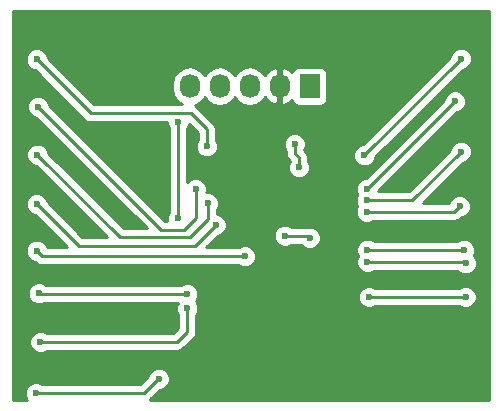
<source format=gbl>
G04 #@! TF.FileFunction,Copper,L2,Bot,Signal*
%FSLAX46Y46*%
G04 Gerber Fmt 4.6, Leading zero omitted, Abs format (unit mm)*
G04 Created by KiCad (PCBNEW 4.0.1-stable) date 2016 September 18, Sunday 15:01:05*
%MOMM*%
G01*
G04 APERTURE LIST*
%ADD10C,0.100000*%
%ADD11R,1.727200X2.032000*%
%ADD12O,1.727200X2.032000*%
%ADD13C,0.400000*%
%ADD14C,0.600000*%
%ADD15C,0.380000*%
%ADD16C,0.250000*%
%ADD17C,0.254000*%
G04 APERTURE END LIST*
D10*
D11*
X140208000Y-56832500D03*
D12*
X137668000Y-56832500D03*
X135128000Y-56832500D03*
X132588000Y-56832500D03*
X130048000Y-56832500D03*
D13*
X134937500Y-66103500D03*
X143002000Y-59690000D03*
X133667500Y-59753500D03*
D14*
X127444500Y-81597500D03*
X117030500Y-82804000D03*
X129857500Y-75628500D03*
X117411500Y-78486000D03*
X129857500Y-74422000D03*
X117284500Y-74358500D03*
X134737177Y-71226296D03*
X117094000Y-70739000D03*
X132270500Y-68580000D03*
X117094000Y-66802000D03*
X131572000Y-66738500D03*
X117157500Y-62611000D03*
X130556000Y-65532000D03*
X117221000Y-58547000D03*
X131508500Y-61912500D03*
X117094000Y-54546500D03*
X138112500Y-69469000D03*
X140208000Y-69659500D03*
X145224500Y-74676000D03*
X153416000Y-74676000D03*
X153416000Y-71818500D03*
X145097500Y-71691500D03*
X145097500Y-70675500D03*
X153289000Y-70675500D03*
X145034000Y-67437000D03*
X152908000Y-66992500D03*
X153035000Y-62357000D03*
X145034000Y-66484500D03*
X152527000Y-58102500D03*
X145034000Y-65532000D03*
X144843500Y-62674500D03*
X153035000Y-54483000D03*
X129095500Y-68008500D03*
X129095500Y-59817000D03*
X139319000Y-63690500D03*
X138938000Y-61722000D03*
D15*
X134937500Y-66103500D02*
X134937500Y-58991500D01*
X136715500Y-58991500D02*
X142303500Y-58991500D01*
X142303500Y-58991500D02*
X143002000Y-59690000D01*
X137668000Y-56832500D02*
X137668000Y-58102500D01*
X134429500Y-58991500D02*
X133667500Y-59753500D01*
X136779000Y-58991500D02*
X136715500Y-58991500D01*
X136715500Y-58991500D02*
X134937500Y-58991500D01*
X134937500Y-58991500D02*
X134429500Y-58991500D01*
X137668000Y-58102500D02*
X136779000Y-58991500D01*
D16*
X127381000Y-81597500D02*
X127444500Y-81597500D01*
X126174500Y-82804000D02*
X127381000Y-81597500D01*
X117030500Y-82804000D02*
X126174500Y-82804000D01*
X129857500Y-77597000D02*
X129857500Y-75628500D01*
X128968500Y-78486000D02*
X129857500Y-77597000D01*
X117411500Y-78486000D02*
X128968500Y-78486000D01*
X117348000Y-74422000D02*
X129857500Y-74422000D01*
X117284500Y-74358500D02*
X117348000Y-74422000D01*
X134312913Y-71226296D02*
X134737177Y-71226296D01*
X117581296Y-71226296D02*
X134312913Y-71226296D01*
X117094000Y-70739000D02*
X117581296Y-71226296D01*
X130492500Y-70358000D02*
X132270500Y-68580000D01*
X120650000Y-70358000D02*
X130492500Y-70358000D01*
X117094000Y-66802000D02*
X120650000Y-70358000D01*
X131572000Y-68072000D02*
X131572000Y-66738500D01*
X130048000Y-69596000D02*
X131572000Y-68072000D01*
X124142500Y-69596000D02*
X130048000Y-69596000D01*
X117157500Y-62611000D02*
X124142500Y-69596000D01*
X130556000Y-68008500D02*
X130556000Y-65532000D01*
X129603500Y-68961000D02*
X130556000Y-68008500D01*
X127635000Y-68961000D02*
X129603500Y-68961000D01*
X117221000Y-58547000D02*
X127635000Y-68961000D01*
X131508500Y-60452000D02*
X131508500Y-61912500D01*
X130175000Y-59118500D02*
X131508500Y-60452000D01*
X121666000Y-59118500D02*
X130175000Y-59118500D01*
X117094000Y-54546500D02*
X121666000Y-59118500D01*
X140017500Y-69469000D02*
X138112500Y-69469000D01*
X140208000Y-69659500D02*
X140017500Y-69469000D01*
X153416000Y-74676000D02*
X145224500Y-74676000D01*
X153416000Y-71818500D02*
X153289000Y-71691500D01*
X153289000Y-71691500D02*
X145097500Y-71691500D01*
X153289000Y-70675500D02*
X145097500Y-70675500D01*
X152463500Y-67437000D02*
X145034000Y-67437000D01*
X152908000Y-66992500D02*
X152463500Y-67437000D01*
X153035000Y-62357000D02*
X148907500Y-66484500D01*
X148907500Y-66484500D02*
X145034000Y-66484500D01*
X152527000Y-58102500D02*
X145097500Y-65532000D01*
X145097500Y-65532000D02*
X145034000Y-65532000D01*
X153035000Y-54483000D02*
X144843500Y-62674500D01*
X129095500Y-59817000D02*
X129095500Y-68008500D01*
X138938000Y-62484000D02*
X139319000Y-62865000D01*
X139319000Y-62865000D02*
X139319000Y-63690500D01*
X138938000Y-61722000D02*
X138938000Y-62484000D01*
D17*
G36*
X155373000Y-83364000D02*
X126678079Y-83364000D01*
X126711901Y-83341401D01*
X127520735Y-82532567D01*
X127629667Y-82532662D01*
X127973443Y-82390617D01*
X128236692Y-82127827D01*
X128379338Y-81784299D01*
X128379662Y-81412333D01*
X128237617Y-81068557D01*
X127974827Y-80805308D01*
X127631299Y-80662662D01*
X127259333Y-80662338D01*
X126915557Y-80804383D01*
X126652308Y-81067173D01*
X126521496Y-81382202D01*
X125859698Y-82044000D01*
X117592963Y-82044000D01*
X117560827Y-82011808D01*
X117217299Y-81869162D01*
X116845333Y-81868838D01*
X116501557Y-82010883D01*
X116238308Y-82273673D01*
X116095662Y-82617201D01*
X116095338Y-82989167D01*
X116237383Y-83332943D01*
X116268386Y-83364000D01*
X115137000Y-83364000D01*
X115137000Y-74543667D01*
X116349338Y-74543667D01*
X116491383Y-74887443D01*
X116754173Y-75150692D01*
X117097701Y-75293338D01*
X117469667Y-75293662D01*
X117739910Y-75182000D01*
X129030500Y-75182000D01*
X128922662Y-75441701D01*
X128922338Y-75813667D01*
X129064383Y-76157443D01*
X129097500Y-76190618D01*
X129097500Y-77282198D01*
X128653698Y-77726000D01*
X117973963Y-77726000D01*
X117941827Y-77693808D01*
X117598299Y-77551162D01*
X117226333Y-77550838D01*
X116882557Y-77692883D01*
X116619308Y-77955673D01*
X116476662Y-78299201D01*
X116476338Y-78671167D01*
X116618383Y-79014943D01*
X116881173Y-79278192D01*
X117224701Y-79420838D01*
X117596667Y-79421162D01*
X117940443Y-79279117D01*
X117973618Y-79246000D01*
X128968500Y-79246000D01*
X129259339Y-79188148D01*
X129505901Y-79023401D01*
X130394901Y-78134401D01*
X130559648Y-77887839D01*
X130617500Y-77597000D01*
X130617500Y-76190963D01*
X130649692Y-76158827D01*
X130792338Y-75815299D01*
X130792662Y-75443333D01*
X130650617Y-75099557D01*
X130576540Y-75025351D01*
X130649692Y-74952327D01*
X130687545Y-74861167D01*
X144289338Y-74861167D01*
X144431383Y-75204943D01*
X144694173Y-75468192D01*
X145037701Y-75610838D01*
X145409667Y-75611162D01*
X145753443Y-75469117D01*
X145786618Y-75436000D01*
X152853537Y-75436000D01*
X152885673Y-75468192D01*
X153229201Y-75610838D01*
X153601167Y-75611162D01*
X153944943Y-75469117D01*
X154208192Y-75206327D01*
X154350838Y-74862799D01*
X154351162Y-74490833D01*
X154209117Y-74147057D01*
X153946327Y-73883808D01*
X153602799Y-73741162D01*
X153230833Y-73740838D01*
X152887057Y-73882883D01*
X152853882Y-73916000D01*
X145786963Y-73916000D01*
X145754827Y-73883808D01*
X145411299Y-73741162D01*
X145039333Y-73740838D01*
X144695557Y-73882883D01*
X144432308Y-74145673D01*
X144289662Y-74489201D01*
X144289338Y-74861167D01*
X130687545Y-74861167D01*
X130792338Y-74608799D01*
X130792662Y-74236833D01*
X130650617Y-73893057D01*
X130387827Y-73629808D01*
X130044299Y-73487162D01*
X129672333Y-73486838D01*
X129328557Y-73628883D01*
X129295382Y-73662000D01*
X117910352Y-73662000D01*
X117814827Y-73566308D01*
X117471299Y-73423662D01*
X117099333Y-73423338D01*
X116755557Y-73565383D01*
X116492308Y-73828173D01*
X116349662Y-74171701D01*
X116349338Y-74543667D01*
X115137000Y-74543667D01*
X115137000Y-54731667D01*
X116158838Y-54731667D01*
X116300883Y-55075443D01*
X116563673Y-55338692D01*
X116907201Y-55481338D01*
X116954077Y-55481379D01*
X121128599Y-59655901D01*
X121375160Y-59820648D01*
X121423414Y-59830246D01*
X121666000Y-59878500D01*
X128160446Y-59878500D01*
X128160338Y-60002167D01*
X128302383Y-60345943D01*
X128335500Y-60379118D01*
X128335500Y-67446037D01*
X128303308Y-67478173D01*
X128160662Y-67821701D01*
X128160338Y-68193667D01*
X128163368Y-68201000D01*
X127949802Y-68201000D01*
X118156122Y-58407320D01*
X118156162Y-58361833D01*
X118014117Y-58018057D01*
X117751327Y-57754808D01*
X117407799Y-57612162D01*
X117035833Y-57611838D01*
X116692057Y-57753883D01*
X116428808Y-58016673D01*
X116286162Y-58360201D01*
X116285838Y-58732167D01*
X116427883Y-59075943D01*
X116690673Y-59339192D01*
X117034201Y-59481838D01*
X117081077Y-59481879D01*
X126435198Y-68836000D01*
X124457302Y-68836000D01*
X118092622Y-62471320D01*
X118092662Y-62425833D01*
X117950617Y-62082057D01*
X117687827Y-61818808D01*
X117344299Y-61676162D01*
X116972333Y-61675838D01*
X116628557Y-61817883D01*
X116365308Y-62080673D01*
X116222662Y-62424201D01*
X116222338Y-62796167D01*
X116364383Y-63139943D01*
X116627173Y-63403192D01*
X116970701Y-63545838D01*
X117017577Y-63545879D01*
X123069698Y-69598000D01*
X120964802Y-69598000D01*
X118029122Y-66662320D01*
X118029162Y-66616833D01*
X117887117Y-66273057D01*
X117624327Y-66009808D01*
X117280799Y-65867162D01*
X116908833Y-65866838D01*
X116565057Y-66008883D01*
X116301808Y-66271673D01*
X116159162Y-66615201D01*
X116158838Y-66987167D01*
X116300883Y-67330943D01*
X116563673Y-67594192D01*
X116907201Y-67736838D01*
X116954077Y-67736879D01*
X119683494Y-70466296D01*
X117992993Y-70466296D01*
X117887117Y-70210057D01*
X117624327Y-69946808D01*
X117280799Y-69804162D01*
X116908833Y-69803838D01*
X116565057Y-69945883D01*
X116301808Y-70208673D01*
X116159162Y-70552201D01*
X116158838Y-70924167D01*
X116300883Y-71267943D01*
X116563673Y-71531192D01*
X116907201Y-71673838D01*
X116954077Y-71673879D01*
X117043895Y-71763697D01*
X117290457Y-71928444D01*
X117581296Y-71986296D01*
X134174714Y-71986296D01*
X134206850Y-72018488D01*
X134550378Y-72161134D01*
X134922344Y-72161458D01*
X135266120Y-72019413D01*
X135529369Y-71756623D01*
X135672015Y-71413095D01*
X135672339Y-71041129D01*
X135597774Y-70860667D01*
X144162338Y-70860667D01*
X144295883Y-71183871D01*
X144162662Y-71504701D01*
X144162338Y-71876667D01*
X144304383Y-72220443D01*
X144567173Y-72483692D01*
X144910701Y-72626338D01*
X145282667Y-72626662D01*
X145626443Y-72484617D01*
X145659618Y-72451500D01*
X152726759Y-72451500D01*
X152885673Y-72610692D01*
X153229201Y-72753338D01*
X153601167Y-72753662D01*
X153944943Y-72611617D01*
X154208192Y-72348827D01*
X154350838Y-72005299D01*
X154351162Y-71633333D01*
X154209117Y-71289557D01*
X154094218Y-71174457D01*
X154223838Y-70862299D01*
X154224162Y-70490333D01*
X154082117Y-70146557D01*
X153819327Y-69883308D01*
X153475799Y-69740662D01*
X153103833Y-69740338D01*
X152760057Y-69882383D01*
X152726882Y-69915500D01*
X145659963Y-69915500D01*
X145627827Y-69883308D01*
X145284299Y-69740662D01*
X144912333Y-69740338D01*
X144568557Y-69882383D01*
X144305308Y-70145173D01*
X144162662Y-70488701D01*
X144162338Y-70860667D01*
X135597774Y-70860667D01*
X135530294Y-70697353D01*
X135267504Y-70434104D01*
X134923976Y-70291458D01*
X134552010Y-70291134D01*
X134208234Y-70433179D01*
X134175059Y-70466296D01*
X131459006Y-70466296D01*
X132271135Y-69654167D01*
X137177338Y-69654167D01*
X137319383Y-69997943D01*
X137582173Y-70261192D01*
X137925701Y-70403838D01*
X138297667Y-70404162D01*
X138641443Y-70262117D01*
X138674618Y-70229000D01*
X139455369Y-70229000D01*
X139677673Y-70451692D01*
X140021201Y-70594338D01*
X140393167Y-70594662D01*
X140736943Y-70452617D01*
X141000192Y-70189827D01*
X141142838Y-69846299D01*
X141143162Y-69474333D01*
X141001117Y-69130557D01*
X140738327Y-68867308D01*
X140394799Y-68724662D01*
X140094924Y-68724401D01*
X140017500Y-68709000D01*
X138674963Y-68709000D01*
X138642827Y-68676808D01*
X138299299Y-68534162D01*
X137927333Y-68533838D01*
X137583557Y-68675883D01*
X137320308Y-68938673D01*
X137177662Y-69282201D01*
X137177338Y-69654167D01*
X132271135Y-69654167D01*
X132410180Y-69515122D01*
X132455667Y-69515162D01*
X132799443Y-69373117D01*
X133062692Y-69110327D01*
X133205338Y-68766799D01*
X133205662Y-68394833D01*
X133063617Y-68051057D01*
X132800827Y-67787808D01*
X132457299Y-67645162D01*
X132332000Y-67645053D01*
X132332000Y-67300963D01*
X132364192Y-67268827D01*
X132506838Y-66925299D01*
X132507162Y-66553333D01*
X132365117Y-66209557D01*
X132102327Y-65946308D01*
X131758799Y-65803662D01*
X131455709Y-65803398D01*
X131490838Y-65718799D01*
X131490839Y-65717167D01*
X144098838Y-65717167D01*
X144219232Y-66008543D01*
X144099162Y-66297701D01*
X144098838Y-66669667D01*
X144219232Y-66961043D01*
X144099162Y-67250201D01*
X144098838Y-67622167D01*
X144240883Y-67965943D01*
X144503673Y-68229192D01*
X144847201Y-68371838D01*
X145219167Y-68372162D01*
X145562943Y-68230117D01*
X145596118Y-68197000D01*
X152463500Y-68197000D01*
X152754339Y-68139148D01*
X153000901Y-67974401D01*
X153047680Y-67927622D01*
X153093167Y-67927662D01*
X153436943Y-67785617D01*
X153700192Y-67522827D01*
X153842838Y-67179299D01*
X153843162Y-66807333D01*
X153701117Y-66463557D01*
X153438327Y-66200308D01*
X153094799Y-66057662D01*
X152722833Y-66057338D01*
X152379057Y-66199383D01*
X152115808Y-66462173D01*
X152026604Y-66677000D01*
X149789802Y-66677000D01*
X153174680Y-63292122D01*
X153220167Y-63292162D01*
X153563943Y-63150117D01*
X153827192Y-62887327D01*
X153969838Y-62543799D01*
X153970162Y-62171833D01*
X153828117Y-61828057D01*
X153565327Y-61564808D01*
X153221799Y-61422162D01*
X152849833Y-61421838D01*
X152506057Y-61563883D01*
X152242808Y-61826673D01*
X152100162Y-62170201D01*
X152100121Y-62217077D01*
X148592698Y-65724500D01*
X145979802Y-65724500D01*
X152666680Y-59037622D01*
X152712167Y-59037662D01*
X153055943Y-58895617D01*
X153319192Y-58632827D01*
X153461838Y-58289299D01*
X153462162Y-57917333D01*
X153320117Y-57573557D01*
X153057327Y-57310308D01*
X152713799Y-57167662D01*
X152341833Y-57167338D01*
X151998057Y-57309383D01*
X151734808Y-57572173D01*
X151592162Y-57915701D01*
X151592121Y-57962577D01*
X144957765Y-64596933D01*
X144848833Y-64596838D01*
X144505057Y-64738883D01*
X144241808Y-65001673D01*
X144099162Y-65345201D01*
X144098838Y-65717167D01*
X131490839Y-65717167D01*
X131491162Y-65346833D01*
X131349117Y-65003057D01*
X131086327Y-64739808D01*
X130742799Y-64597162D01*
X130370833Y-64596838D01*
X130027057Y-64738883D01*
X129855500Y-64910141D01*
X129855500Y-60379463D01*
X129887692Y-60347327D01*
X130017181Y-60035483D01*
X130748500Y-60766802D01*
X130748500Y-61350037D01*
X130716308Y-61382173D01*
X130573662Y-61725701D01*
X130573338Y-62097667D01*
X130715383Y-62441443D01*
X130978173Y-62704692D01*
X131321701Y-62847338D01*
X131693667Y-62847662D01*
X132037443Y-62705617D01*
X132300692Y-62442827D01*
X132443338Y-62099299D01*
X132443505Y-61907167D01*
X138002838Y-61907167D01*
X138144883Y-62250943D01*
X138178000Y-62284118D01*
X138178000Y-62484000D01*
X138235852Y-62774839D01*
X138400599Y-63021401D01*
X138533095Y-63153897D01*
X138526808Y-63160173D01*
X138384162Y-63503701D01*
X138383838Y-63875667D01*
X138525883Y-64219443D01*
X138788673Y-64482692D01*
X139132201Y-64625338D01*
X139504167Y-64625662D01*
X139847943Y-64483617D01*
X140111192Y-64220827D01*
X140253838Y-63877299D01*
X140254162Y-63505333D01*
X140112117Y-63161557D01*
X140079000Y-63128382D01*
X140079000Y-62865000D01*
X140077940Y-62859667D01*
X143908338Y-62859667D01*
X144050383Y-63203443D01*
X144313173Y-63466692D01*
X144656701Y-63609338D01*
X145028667Y-63609662D01*
X145372443Y-63467617D01*
X145635692Y-63204827D01*
X145778338Y-62861299D01*
X145778379Y-62814423D01*
X153174680Y-55418122D01*
X153220167Y-55418162D01*
X153563943Y-55276117D01*
X153827192Y-55013327D01*
X153969838Y-54669799D01*
X153970162Y-54297833D01*
X153828117Y-53954057D01*
X153565327Y-53690808D01*
X153221799Y-53548162D01*
X152849833Y-53547838D01*
X152506057Y-53689883D01*
X152242808Y-53952673D01*
X152100162Y-54296201D01*
X152100121Y-54343077D01*
X144703820Y-61739378D01*
X144658333Y-61739338D01*
X144314557Y-61881383D01*
X144051308Y-62144173D01*
X143908662Y-62487701D01*
X143908338Y-62859667D01*
X140077940Y-62859667D01*
X140057187Y-62755338D01*
X140021148Y-62574160D01*
X139856401Y-62327599D01*
X139745137Y-62216335D01*
X139872838Y-61908799D01*
X139873162Y-61536833D01*
X139731117Y-61193057D01*
X139468327Y-60929808D01*
X139124799Y-60787162D01*
X138752833Y-60786838D01*
X138409057Y-60928883D01*
X138145808Y-61191673D01*
X138003162Y-61535201D01*
X138002838Y-61907167D01*
X132443505Y-61907167D01*
X132443662Y-61727333D01*
X132301617Y-61383557D01*
X132268500Y-61350382D01*
X132268500Y-60452000D01*
X132210648Y-60161161D01*
X132045901Y-59914599D01*
X130712401Y-58581099D01*
X130484729Y-58428974D01*
X130621489Y-58401771D01*
X131107670Y-58076915D01*
X131318000Y-57762134D01*
X131528330Y-58076915D01*
X132014511Y-58401771D01*
X132588000Y-58515845D01*
X133161489Y-58401771D01*
X133647670Y-58076915D01*
X133858000Y-57762134D01*
X134068330Y-58076915D01*
X134554511Y-58401771D01*
X135128000Y-58515845D01*
X135701489Y-58401771D01*
X136187670Y-58076915D01*
X136394461Y-57767431D01*
X136765964Y-58183232D01*
X137293209Y-58437209D01*
X137308974Y-58439858D01*
X137541000Y-58318717D01*
X137541000Y-56959500D01*
X137521000Y-56959500D01*
X137521000Y-56705500D01*
X137541000Y-56705500D01*
X137541000Y-55346283D01*
X137795000Y-55346283D01*
X137795000Y-56705500D01*
X137815000Y-56705500D01*
X137815000Y-56959500D01*
X137795000Y-56959500D01*
X137795000Y-58318717D01*
X138027026Y-58439858D01*
X138042791Y-58437209D01*
X138570036Y-58183232D01*
X138726907Y-58007655D01*
X138741238Y-58083817D01*
X138880310Y-58299941D01*
X139092510Y-58444931D01*
X139344400Y-58495940D01*
X141071600Y-58495940D01*
X141306917Y-58451662D01*
X141523041Y-58312590D01*
X141668031Y-58100390D01*
X141719040Y-57848500D01*
X141719040Y-55816500D01*
X141674762Y-55581183D01*
X141535690Y-55365059D01*
X141323490Y-55220069D01*
X141071600Y-55169060D01*
X139344400Y-55169060D01*
X139109083Y-55213338D01*
X138892959Y-55352410D01*
X138747969Y-55564610D01*
X138728768Y-55659427D01*
X138570036Y-55481768D01*
X138042791Y-55227791D01*
X138027026Y-55225142D01*
X137795000Y-55346283D01*
X137541000Y-55346283D01*
X137308974Y-55225142D01*
X137293209Y-55227791D01*
X136765964Y-55481768D01*
X136394461Y-55897569D01*
X136187670Y-55588085D01*
X135701489Y-55263229D01*
X135128000Y-55149155D01*
X134554511Y-55263229D01*
X134068330Y-55588085D01*
X133858000Y-55902866D01*
X133647670Y-55588085D01*
X133161489Y-55263229D01*
X132588000Y-55149155D01*
X132014511Y-55263229D01*
X131528330Y-55588085D01*
X131318000Y-55902866D01*
X131107670Y-55588085D01*
X130621489Y-55263229D01*
X130048000Y-55149155D01*
X129474511Y-55263229D01*
X128988330Y-55588085D01*
X128663474Y-56074266D01*
X128549400Y-56647755D01*
X128549400Y-57017245D01*
X128663474Y-57590734D01*
X128988330Y-58076915D01*
X129409751Y-58358500D01*
X121980802Y-58358500D01*
X118029122Y-54406820D01*
X118029162Y-54361333D01*
X117887117Y-54017557D01*
X117624327Y-53754308D01*
X117280799Y-53611662D01*
X116908833Y-53611338D01*
X116565057Y-53753383D01*
X116301808Y-54016173D01*
X116159162Y-54359701D01*
X116158838Y-54731667D01*
X115137000Y-54731667D01*
X115137000Y-50494000D01*
X155373000Y-50494000D01*
X155373000Y-83364000D01*
X155373000Y-83364000D01*
G37*
X155373000Y-83364000D02*
X126678079Y-83364000D01*
X126711901Y-83341401D01*
X127520735Y-82532567D01*
X127629667Y-82532662D01*
X127973443Y-82390617D01*
X128236692Y-82127827D01*
X128379338Y-81784299D01*
X128379662Y-81412333D01*
X128237617Y-81068557D01*
X127974827Y-80805308D01*
X127631299Y-80662662D01*
X127259333Y-80662338D01*
X126915557Y-80804383D01*
X126652308Y-81067173D01*
X126521496Y-81382202D01*
X125859698Y-82044000D01*
X117592963Y-82044000D01*
X117560827Y-82011808D01*
X117217299Y-81869162D01*
X116845333Y-81868838D01*
X116501557Y-82010883D01*
X116238308Y-82273673D01*
X116095662Y-82617201D01*
X116095338Y-82989167D01*
X116237383Y-83332943D01*
X116268386Y-83364000D01*
X115137000Y-83364000D01*
X115137000Y-74543667D01*
X116349338Y-74543667D01*
X116491383Y-74887443D01*
X116754173Y-75150692D01*
X117097701Y-75293338D01*
X117469667Y-75293662D01*
X117739910Y-75182000D01*
X129030500Y-75182000D01*
X128922662Y-75441701D01*
X128922338Y-75813667D01*
X129064383Y-76157443D01*
X129097500Y-76190618D01*
X129097500Y-77282198D01*
X128653698Y-77726000D01*
X117973963Y-77726000D01*
X117941827Y-77693808D01*
X117598299Y-77551162D01*
X117226333Y-77550838D01*
X116882557Y-77692883D01*
X116619308Y-77955673D01*
X116476662Y-78299201D01*
X116476338Y-78671167D01*
X116618383Y-79014943D01*
X116881173Y-79278192D01*
X117224701Y-79420838D01*
X117596667Y-79421162D01*
X117940443Y-79279117D01*
X117973618Y-79246000D01*
X128968500Y-79246000D01*
X129259339Y-79188148D01*
X129505901Y-79023401D01*
X130394901Y-78134401D01*
X130559648Y-77887839D01*
X130617500Y-77597000D01*
X130617500Y-76190963D01*
X130649692Y-76158827D01*
X130792338Y-75815299D01*
X130792662Y-75443333D01*
X130650617Y-75099557D01*
X130576540Y-75025351D01*
X130649692Y-74952327D01*
X130687545Y-74861167D01*
X144289338Y-74861167D01*
X144431383Y-75204943D01*
X144694173Y-75468192D01*
X145037701Y-75610838D01*
X145409667Y-75611162D01*
X145753443Y-75469117D01*
X145786618Y-75436000D01*
X152853537Y-75436000D01*
X152885673Y-75468192D01*
X153229201Y-75610838D01*
X153601167Y-75611162D01*
X153944943Y-75469117D01*
X154208192Y-75206327D01*
X154350838Y-74862799D01*
X154351162Y-74490833D01*
X154209117Y-74147057D01*
X153946327Y-73883808D01*
X153602799Y-73741162D01*
X153230833Y-73740838D01*
X152887057Y-73882883D01*
X152853882Y-73916000D01*
X145786963Y-73916000D01*
X145754827Y-73883808D01*
X145411299Y-73741162D01*
X145039333Y-73740838D01*
X144695557Y-73882883D01*
X144432308Y-74145673D01*
X144289662Y-74489201D01*
X144289338Y-74861167D01*
X130687545Y-74861167D01*
X130792338Y-74608799D01*
X130792662Y-74236833D01*
X130650617Y-73893057D01*
X130387827Y-73629808D01*
X130044299Y-73487162D01*
X129672333Y-73486838D01*
X129328557Y-73628883D01*
X129295382Y-73662000D01*
X117910352Y-73662000D01*
X117814827Y-73566308D01*
X117471299Y-73423662D01*
X117099333Y-73423338D01*
X116755557Y-73565383D01*
X116492308Y-73828173D01*
X116349662Y-74171701D01*
X116349338Y-74543667D01*
X115137000Y-74543667D01*
X115137000Y-54731667D01*
X116158838Y-54731667D01*
X116300883Y-55075443D01*
X116563673Y-55338692D01*
X116907201Y-55481338D01*
X116954077Y-55481379D01*
X121128599Y-59655901D01*
X121375160Y-59820648D01*
X121423414Y-59830246D01*
X121666000Y-59878500D01*
X128160446Y-59878500D01*
X128160338Y-60002167D01*
X128302383Y-60345943D01*
X128335500Y-60379118D01*
X128335500Y-67446037D01*
X128303308Y-67478173D01*
X128160662Y-67821701D01*
X128160338Y-68193667D01*
X128163368Y-68201000D01*
X127949802Y-68201000D01*
X118156122Y-58407320D01*
X118156162Y-58361833D01*
X118014117Y-58018057D01*
X117751327Y-57754808D01*
X117407799Y-57612162D01*
X117035833Y-57611838D01*
X116692057Y-57753883D01*
X116428808Y-58016673D01*
X116286162Y-58360201D01*
X116285838Y-58732167D01*
X116427883Y-59075943D01*
X116690673Y-59339192D01*
X117034201Y-59481838D01*
X117081077Y-59481879D01*
X126435198Y-68836000D01*
X124457302Y-68836000D01*
X118092622Y-62471320D01*
X118092662Y-62425833D01*
X117950617Y-62082057D01*
X117687827Y-61818808D01*
X117344299Y-61676162D01*
X116972333Y-61675838D01*
X116628557Y-61817883D01*
X116365308Y-62080673D01*
X116222662Y-62424201D01*
X116222338Y-62796167D01*
X116364383Y-63139943D01*
X116627173Y-63403192D01*
X116970701Y-63545838D01*
X117017577Y-63545879D01*
X123069698Y-69598000D01*
X120964802Y-69598000D01*
X118029122Y-66662320D01*
X118029162Y-66616833D01*
X117887117Y-66273057D01*
X117624327Y-66009808D01*
X117280799Y-65867162D01*
X116908833Y-65866838D01*
X116565057Y-66008883D01*
X116301808Y-66271673D01*
X116159162Y-66615201D01*
X116158838Y-66987167D01*
X116300883Y-67330943D01*
X116563673Y-67594192D01*
X116907201Y-67736838D01*
X116954077Y-67736879D01*
X119683494Y-70466296D01*
X117992993Y-70466296D01*
X117887117Y-70210057D01*
X117624327Y-69946808D01*
X117280799Y-69804162D01*
X116908833Y-69803838D01*
X116565057Y-69945883D01*
X116301808Y-70208673D01*
X116159162Y-70552201D01*
X116158838Y-70924167D01*
X116300883Y-71267943D01*
X116563673Y-71531192D01*
X116907201Y-71673838D01*
X116954077Y-71673879D01*
X117043895Y-71763697D01*
X117290457Y-71928444D01*
X117581296Y-71986296D01*
X134174714Y-71986296D01*
X134206850Y-72018488D01*
X134550378Y-72161134D01*
X134922344Y-72161458D01*
X135266120Y-72019413D01*
X135529369Y-71756623D01*
X135672015Y-71413095D01*
X135672339Y-71041129D01*
X135597774Y-70860667D01*
X144162338Y-70860667D01*
X144295883Y-71183871D01*
X144162662Y-71504701D01*
X144162338Y-71876667D01*
X144304383Y-72220443D01*
X144567173Y-72483692D01*
X144910701Y-72626338D01*
X145282667Y-72626662D01*
X145626443Y-72484617D01*
X145659618Y-72451500D01*
X152726759Y-72451500D01*
X152885673Y-72610692D01*
X153229201Y-72753338D01*
X153601167Y-72753662D01*
X153944943Y-72611617D01*
X154208192Y-72348827D01*
X154350838Y-72005299D01*
X154351162Y-71633333D01*
X154209117Y-71289557D01*
X154094218Y-71174457D01*
X154223838Y-70862299D01*
X154224162Y-70490333D01*
X154082117Y-70146557D01*
X153819327Y-69883308D01*
X153475799Y-69740662D01*
X153103833Y-69740338D01*
X152760057Y-69882383D01*
X152726882Y-69915500D01*
X145659963Y-69915500D01*
X145627827Y-69883308D01*
X145284299Y-69740662D01*
X144912333Y-69740338D01*
X144568557Y-69882383D01*
X144305308Y-70145173D01*
X144162662Y-70488701D01*
X144162338Y-70860667D01*
X135597774Y-70860667D01*
X135530294Y-70697353D01*
X135267504Y-70434104D01*
X134923976Y-70291458D01*
X134552010Y-70291134D01*
X134208234Y-70433179D01*
X134175059Y-70466296D01*
X131459006Y-70466296D01*
X132271135Y-69654167D01*
X137177338Y-69654167D01*
X137319383Y-69997943D01*
X137582173Y-70261192D01*
X137925701Y-70403838D01*
X138297667Y-70404162D01*
X138641443Y-70262117D01*
X138674618Y-70229000D01*
X139455369Y-70229000D01*
X139677673Y-70451692D01*
X140021201Y-70594338D01*
X140393167Y-70594662D01*
X140736943Y-70452617D01*
X141000192Y-70189827D01*
X141142838Y-69846299D01*
X141143162Y-69474333D01*
X141001117Y-69130557D01*
X140738327Y-68867308D01*
X140394799Y-68724662D01*
X140094924Y-68724401D01*
X140017500Y-68709000D01*
X138674963Y-68709000D01*
X138642827Y-68676808D01*
X138299299Y-68534162D01*
X137927333Y-68533838D01*
X137583557Y-68675883D01*
X137320308Y-68938673D01*
X137177662Y-69282201D01*
X137177338Y-69654167D01*
X132271135Y-69654167D01*
X132410180Y-69515122D01*
X132455667Y-69515162D01*
X132799443Y-69373117D01*
X133062692Y-69110327D01*
X133205338Y-68766799D01*
X133205662Y-68394833D01*
X133063617Y-68051057D01*
X132800827Y-67787808D01*
X132457299Y-67645162D01*
X132332000Y-67645053D01*
X132332000Y-67300963D01*
X132364192Y-67268827D01*
X132506838Y-66925299D01*
X132507162Y-66553333D01*
X132365117Y-66209557D01*
X132102327Y-65946308D01*
X131758799Y-65803662D01*
X131455709Y-65803398D01*
X131490838Y-65718799D01*
X131490839Y-65717167D01*
X144098838Y-65717167D01*
X144219232Y-66008543D01*
X144099162Y-66297701D01*
X144098838Y-66669667D01*
X144219232Y-66961043D01*
X144099162Y-67250201D01*
X144098838Y-67622167D01*
X144240883Y-67965943D01*
X144503673Y-68229192D01*
X144847201Y-68371838D01*
X145219167Y-68372162D01*
X145562943Y-68230117D01*
X145596118Y-68197000D01*
X152463500Y-68197000D01*
X152754339Y-68139148D01*
X153000901Y-67974401D01*
X153047680Y-67927622D01*
X153093167Y-67927662D01*
X153436943Y-67785617D01*
X153700192Y-67522827D01*
X153842838Y-67179299D01*
X153843162Y-66807333D01*
X153701117Y-66463557D01*
X153438327Y-66200308D01*
X153094799Y-66057662D01*
X152722833Y-66057338D01*
X152379057Y-66199383D01*
X152115808Y-66462173D01*
X152026604Y-66677000D01*
X149789802Y-66677000D01*
X153174680Y-63292122D01*
X153220167Y-63292162D01*
X153563943Y-63150117D01*
X153827192Y-62887327D01*
X153969838Y-62543799D01*
X153970162Y-62171833D01*
X153828117Y-61828057D01*
X153565327Y-61564808D01*
X153221799Y-61422162D01*
X152849833Y-61421838D01*
X152506057Y-61563883D01*
X152242808Y-61826673D01*
X152100162Y-62170201D01*
X152100121Y-62217077D01*
X148592698Y-65724500D01*
X145979802Y-65724500D01*
X152666680Y-59037622D01*
X152712167Y-59037662D01*
X153055943Y-58895617D01*
X153319192Y-58632827D01*
X153461838Y-58289299D01*
X153462162Y-57917333D01*
X153320117Y-57573557D01*
X153057327Y-57310308D01*
X152713799Y-57167662D01*
X152341833Y-57167338D01*
X151998057Y-57309383D01*
X151734808Y-57572173D01*
X151592162Y-57915701D01*
X151592121Y-57962577D01*
X144957765Y-64596933D01*
X144848833Y-64596838D01*
X144505057Y-64738883D01*
X144241808Y-65001673D01*
X144099162Y-65345201D01*
X144098838Y-65717167D01*
X131490839Y-65717167D01*
X131491162Y-65346833D01*
X131349117Y-65003057D01*
X131086327Y-64739808D01*
X130742799Y-64597162D01*
X130370833Y-64596838D01*
X130027057Y-64738883D01*
X129855500Y-64910141D01*
X129855500Y-60379463D01*
X129887692Y-60347327D01*
X130017181Y-60035483D01*
X130748500Y-60766802D01*
X130748500Y-61350037D01*
X130716308Y-61382173D01*
X130573662Y-61725701D01*
X130573338Y-62097667D01*
X130715383Y-62441443D01*
X130978173Y-62704692D01*
X131321701Y-62847338D01*
X131693667Y-62847662D01*
X132037443Y-62705617D01*
X132300692Y-62442827D01*
X132443338Y-62099299D01*
X132443505Y-61907167D01*
X138002838Y-61907167D01*
X138144883Y-62250943D01*
X138178000Y-62284118D01*
X138178000Y-62484000D01*
X138235852Y-62774839D01*
X138400599Y-63021401D01*
X138533095Y-63153897D01*
X138526808Y-63160173D01*
X138384162Y-63503701D01*
X138383838Y-63875667D01*
X138525883Y-64219443D01*
X138788673Y-64482692D01*
X139132201Y-64625338D01*
X139504167Y-64625662D01*
X139847943Y-64483617D01*
X140111192Y-64220827D01*
X140253838Y-63877299D01*
X140254162Y-63505333D01*
X140112117Y-63161557D01*
X140079000Y-63128382D01*
X140079000Y-62865000D01*
X140077940Y-62859667D01*
X143908338Y-62859667D01*
X144050383Y-63203443D01*
X144313173Y-63466692D01*
X144656701Y-63609338D01*
X145028667Y-63609662D01*
X145372443Y-63467617D01*
X145635692Y-63204827D01*
X145778338Y-62861299D01*
X145778379Y-62814423D01*
X153174680Y-55418122D01*
X153220167Y-55418162D01*
X153563943Y-55276117D01*
X153827192Y-55013327D01*
X153969838Y-54669799D01*
X153970162Y-54297833D01*
X153828117Y-53954057D01*
X153565327Y-53690808D01*
X153221799Y-53548162D01*
X152849833Y-53547838D01*
X152506057Y-53689883D01*
X152242808Y-53952673D01*
X152100162Y-54296201D01*
X152100121Y-54343077D01*
X144703820Y-61739378D01*
X144658333Y-61739338D01*
X144314557Y-61881383D01*
X144051308Y-62144173D01*
X143908662Y-62487701D01*
X143908338Y-62859667D01*
X140077940Y-62859667D01*
X140057187Y-62755338D01*
X140021148Y-62574160D01*
X139856401Y-62327599D01*
X139745137Y-62216335D01*
X139872838Y-61908799D01*
X139873162Y-61536833D01*
X139731117Y-61193057D01*
X139468327Y-60929808D01*
X139124799Y-60787162D01*
X138752833Y-60786838D01*
X138409057Y-60928883D01*
X138145808Y-61191673D01*
X138003162Y-61535201D01*
X138002838Y-61907167D01*
X132443505Y-61907167D01*
X132443662Y-61727333D01*
X132301617Y-61383557D01*
X132268500Y-61350382D01*
X132268500Y-60452000D01*
X132210648Y-60161161D01*
X132045901Y-59914599D01*
X130712401Y-58581099D01*
X130484729Y-58428974D01*
X130621489Y-58401771D01*
X131107670Y-58076915D01*
X131318000Y-57762134D01*
X131528330Y-58076915D01*
X132014511Y-58401771D01*
X132588000Y-58515845D01*
X133161489Y-58401771D01*
X133647670Y-58076915D01*
X133858000Y-57762134D01*
X134068330Y-58076915D01*
X134554511Y-58401771D01*
X135128000Y-58515845D01*
X135701489Y-58401771D01*
X136187670Y-58076915D01*
X136394461Y-57767431D01*
X136765964Y-58183232D01*
X137293209Y-58437209D01*
X137308974Y-58439858D01*
X137541000Y-58318717D01*
X137541000Y-56959500D01*
X137521000Y-56959500D01*
X137521000Y-56705500D01*
X137541000Y-56705500D01*
X137541000Y-55346283D01*
X137795000Y-55346283D01*
X137795000Y-56705500D01*
X137815000Y-56705500D01*
X137815000Y-56959500D01*
X137795000Y-56959500D01*
X137795000Y-58318717D01*
X138027026Y-58439858D01*
X138042791Y-58437209D01*
X138570036Y-58183232D01*
X138726907Y-58007655D01*
X138741238Y-58083817D01*
X138880310Y-58299941D01*
X139092510Y-58444931D01*
X139344400Y-58495940D01*
X141071600Y-58495940D01*
X141306917Y-58451662D01*
X141523041Y-58312590D01*
X141668031Y-58100390D01*
X141719040Y-57848500D01*
X141719040Y-55816500D01*
X141674762Y-55581183D01*
X141535690Y-55365059D01*
X141323490Y-55220069D01*
X141071600Y-55169060D01*
X139344400Y-55169060D01*
X139109083Y-55213338D01*
X138892959Y-55352410D01*
X138747969Y-55564610D01*
X138728768Y-55659427D01*
X138570036Y-55481768D01*
X138042791Y-55227791D01*
X138027026Y-55225142D01*
X137795000Y-55346283D01*
X137541000Y-55346283D01*
X137308974Y-55225142D01*
X137293209Y-55227791D01*
X136765964Y-55481768D01*
X136394461Y-55897569D01*
X136187670Y-55588085D01*
X135701489Y-55263229D01*
X135128000Y-55149155D01*
X134554511Y-55263229D01*
X134068330Y-55588085D01*
X133858000Y-55902866D01*
X133647670Y-55588085D01*
X133161489Y-55263229D01*
X132588000Y-55149155D01*
X132014511Y-55263229D01*
X131528330Y-55588085D01*
X131318000Y-55902866D01*
X131107670Y-55588085D01*
X130621489Y-55263229D01*
X130048000Y-55149155D01*
X129474511Y-55263229D01*
X128988330Y-55588085D01*
X128663474Y-56074266D01*
X128549400Y-56647755D01*
X128549400Y-57017245D01*
X128663474Y-57590734D01*
X128988330Y-58076915D01*
X129409751Y-58358500D01*
X121980802Y-58358500D01*
X118029122Y-54406820D01*
X118029162Y-54361333D01*
X117887117Y-54017557D01*
X117624327Y-53754308D01*
X117280799Y-53611662D01*
X116908833Y-53611338D01*
X116565057Y-53753383D01*
X116301808Y-54016173D01*
X116159162Y-54359701D01*
X116158838Y-54731667D01*
X115137000Y-54731667D01*
X115137000Y-50494000D01*
X155373000Y-50494000D01*
X155373000Y-83364000D01*
M02*

</source>
